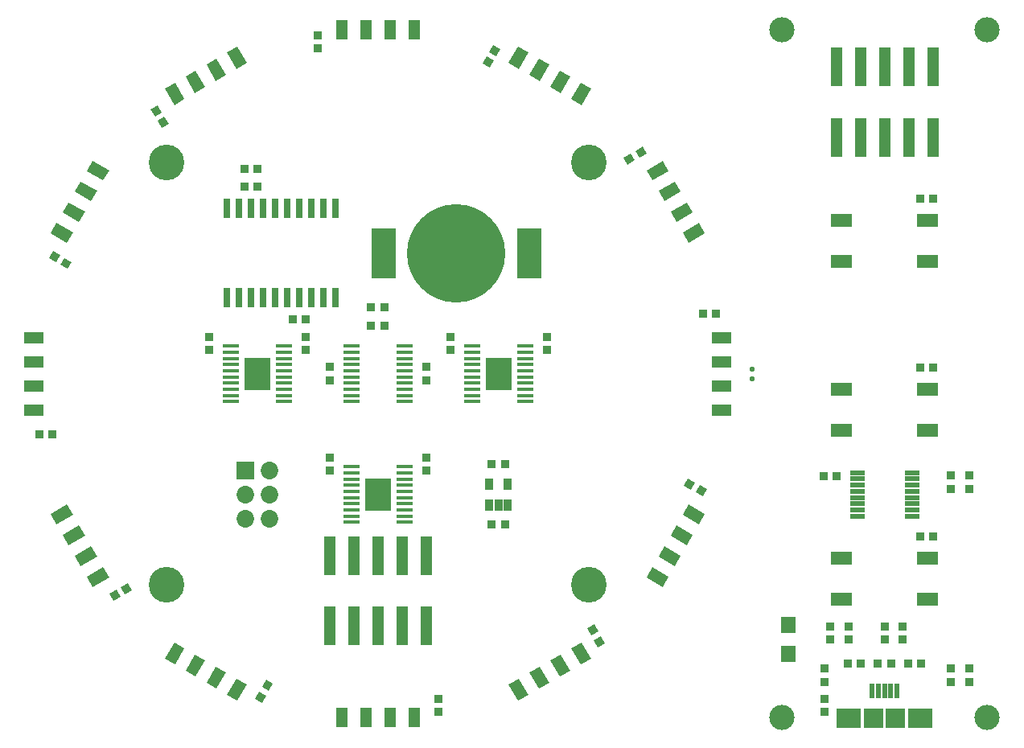
<source format=gts>
G04 (created by PCBNEW (2013-07-07 BZR 4022)-stable) date 11/9/2013 6:13:17 PM*
%MOIN*%
G04 Gerber Fmt 3.4, Leading zero omitted, Abs format*
%FSLAX34Y34*%
G01*
G70*
G90*
G04 APERTURE LIST*
%ADD10C,0.006*%
%ADD11R,0.0685039X0.0173228*%
%ADD12R,0.0788346X0.0493071*%
%ADD13R,0.0493071X0.0788346*%
%ADD14R,0.0611X0.0198*%
%ADD15R,0.0334646X0.0496063*%
%ADD16R,0.0268661X0.0839528*%
%ADD17R,0.023622X0.0629921*%
%ADD18R,0.0984252X0.0826772*%
%ADD19R,0.0787402X0.0826772*%
%ADD20R,0.109134X0.135906*%
%ADD21R,0.0729291X0.0729291*%
%ADD22C,0.0729291*%
%ADD23R,0.0335591X0.0335591*%
%ADD24C,0.407575*%
%ADD25R,0.104425X0.206787*%
%ADD26R,0.0611181X0.0709606*%
%ADD27C,0.147732*%
%ADD28R,0.0886772X0.0571811*%
%ADD29C,0.021*%
%ADD30R,0.0453701X0.159543*%
%ADD31C,0.104425*%
G04 APERTURE END LIST*
G54D10*
G54D11*
X16102Y15895D03*
X16102Y16151D03*
X16102Y15639D03*
X16102Y15383D03*
X16102Y15127D03*
X16102Y14872D03*
X16102Y14616D03*
X16102Y14360D03*
X13897Y13848D03*
X13897Y14104D03*
X13897Y14360D03*
X13897Y14616D03*
X13897Y16151D03*
X13897Y15895D03*
X13897Y15639D03*
X13897Y15383D03*
X13897Y15127D03*
X13897Y14872D03*
X16102Y14104D03*
X16102Y13848D03*
G54D12*
X29251Y15500D03*
G54D10*
G36*
X9152Y2369D02*
X9579Y2123D01*
X9185Y1440D01*
X8758Y1687D01*
X9152Y2369D01*
X9152Y2369D01*
G37*
G54D13*
X13500Y748D03*
X14500Y748D03*
X15500Y748D03*
X16500Y748D03*
G54D10*
G36*
X21280Y2623D02*
X21707Y2869D01*
X22101Y2187D01*
X21674Y1940D01*
X21280Y2623D01*
X21280Y2623D01*
G37*
G36*
X22150Y3123D02*
X22577Y3369D01*
X22971Y2687D01*
X22544Y2440D01*
X22150Y3123D01*
X22150Y3123D01*
G37*
G36*
X23010Y3623D02*
X23437Y3869D01*
X23831Y3187D01*
X23404Y2940D01*
X23010Y3623D01*
X23010Y3623D01*
G37*
G36*
X26130Y6562D02*
X26376Y6989D01*
X27059Y6595D01*
X26812Y6168D01*
X26130Y6562D01*
X26130Y6562D01*
G37*
G36*
X26630Y7422D02*
X26876Y7849D01*
X27559Y7455D01*
X27312Y7028D01*
X26630Y7422D01*
X26630Y7422D01*
G37*
G36*
X27130Y8292D02*
X27376Y8719D01*
X28059Y8325D01*
X27812Y7898D01*
X27130Y8292D01*
X27130Y8292D01*
G37*
G36*
X27630Y9152D02*
X27876Y9579D01*
X28559Y9185D01*
X28312Y8758D01*
X27630Y9152D01*
X27630Y9152D01*
G37*
G54D12*
X29251Y13500D03*
X29251Y14500D03*
G54D10*
G36*
X20420Y2123D02*
X20847Y2369D01*
X21241Y1687D01*
X20814Y1440D01*
X20420Y2123D01*
X20420Y2123D01*
G37*
G54D12*
X29251Y16500D03*
G54D10*
G36*
X27876Y20420D02*
X27630Y20847D01*
X28312Y21241D01*
X28559Y20814D01*
X27876Y20420D01*
X27876Y20420D01*
G37*
G36*
X27376Y21280D02*
X27130Y21707D01*
X27812Y22101D01*
X28059Y21674D01*
X27376Y21280D01*
X27376Y21280D01*
G37*
G36*
X26876Y22150D02*
X26630Y22577D01*
X27312Y22971D01*
X27559Y22544D01*
X26876Y22150D01*
X26876Y22150D01*
G37*
G36*
X26376Y23010D02*
X26130Y23437D01*
X26812Y23831D01*
X27059Y23404D01*
X26376Y23010D01*
X26376Y23010D01*
G37*
G36*
X23437Y26130D02*
X23010Y26376D01*
X23404Y27059D01*
X23831Y26812D01*
X23437Y26130D01*
X23437Y26130D01*
G37*
G54D13*
X13500Y29251D03*
X14500Y29251D03*
X15500Y29251D03*
X16500Y29251D03*
G54D10*
G36*
X20847Y27630D02*
X20420Y27876D01*
X20814Y28559D01*
X21241Y28312D01*
X20847Y27630D01*
X20847Y27630D01*
G37*
G36*
X21707Y27130D02*
X21280Y27376D01*
X21674Y28059D01*
X22101Y27812D01*
X21707Y27130D01*
X21707Y27130D01*
G37*
G36*
X22577Y26630D02*
X22150Y26876D01*
X22544Y27559D01*
X22971Y27312D01*
X22577Y26630D01*
X22577Y26630D01*
G37*
G36*
X3369Y22577D02*
X3123Y22150D01*
X2440Y22544D01*
X2687Y22971D01*
X3369Y22577D01*
X3369Y22577D01*
G37*
G36*
X9579Y27876D02*
X9152Y27630D01*
X8758Y28312D01*
X9185Y28559D01*
X9579Y27876D01*
X9579Y27876D01*
G37*
G36*
X8719Y27376D02*
X8292Y27130D01*
X7898Y27812D01*
X8325Y28059D01*
X8719Y27376D01*
X8719Y27376D01*
G37*
G36*
X7849Y26876D02*
X7422Y26630D01*
X7028Y27312D01*
X7455Y27559D01*
X7849Y26876D01*
X7849Y26876D01*
G37*
G36*
X6989Y26376D02*
X6562Y26130D01*
X6168Y26812D01*
X6595Y27059D01*
X6989Y26376D01*
X6989Y26376D01*
G37*
G36*
X3869Y23437D02*
X3623Y23010D01*
X2940Y23404D01*
X3187Y23831D01*
X3869Y23437D01*
X3869Y23437D01*
G37*
G36*
X2869Y21707D02*
X2623Y21280D01*
X1940Y21674D01*
X2187Y22101D01*
X2869Y21707D01*
X2869Y21707D01*
G37*
G36*
X2369Y20847D02*
X2123Y20420D01*
X1440Y20814D01*
X1687Y21241D01*
X2369Y20847D01*
X2369Y20847D01*
G37*
G54D12*
X748Y16500D03*
X748Y15500D03*
G54D10*
G36*
X8292Y2869D02*
X8719Y2623D01*
X8325Y1940D01*
X7898Y2187D01*
X8292Y2869D01*
X8292Y2869D01*
G37*
G36*
X7422Y3369D02*
X7849Y3123D01*
X7455Y2440D01*
X7028Y2687D01*
X7422Y3369D01*
X7422Y3369D01*
G37*
G36*
X6562Y3869D02*
X6989Y3623D01*
X6595Y2940D01*
X6168Y3187D01*
X6562Y3869D01*
X6562Y3869D01*
G37*
G36*
X3623Y6989D02*
X3869Y6562D01*
X3187Y6168D01*
X2940Y6595D01*
X3623Y6989D01*
X3623Y6989D01*
G37*
G36*
X3123Y7849D02*
X3369Y7422D01*
X2687Y7028D01*
X2440Y7455D01*
X3123Y7849D01*
X3123Y7849D01*
G37*
G36*
X2623Y8719D02*
X2869Y8292D01*
X2187Y7898D01*
X1940Y8325D01*
X2623Y8719D01*
X2623Y8719D01*
G37*
G36*
X2123Y9579D02*
X2369Y9152D01*
X1687Y8758D01*
X1440Y9185D01*
X2123Y9579D01*
X2123Y9579D01*
G37*
G54D12*
X748Y14500D03*
X748Y13500D03*
G54D14*
X34868Y10896D03*
X34868Y10640D03*
X34868Y10384D03*
X34868Y10128D03*
X34868Y9872D03*
X34868Y9616D03*
X34868Y9360D03*
X34868Y9104D03*
X37132Y9104D03*
X37132Y9360D03*
X37132Y9616D03*
X37132Y9872D03*
X37132Y10128D03*
X37132Y10384D03*
X37132Y10640D03*
X37132Y10896D03*
G54D15*
X19625Y9566D03*
X20000Y9566D03*
X20374Y9566D03*
X20374Y10433D03*
X19625Y10433D03*
G54D16*
X8750Y18155D03*
X9250Y18155D03*
X9750Y18155D03*
X10250Y18155D03*
X10750Y18155D03*
X11250Y18155D03*
X11750Y18155D03*
X12250Y18155D03*
X12750Y18155D03*
X13250Y18155D03*
X13250Y21844D03*
X12750Y21844D03*
X12250Y21844D03*
X11750Y21844D03*
X11250Y21844D03*
X10750Y21844D03*
X10250Y21844D03*
X9750Y21844D03*
X9250Y21844D03*
X8750Y21844D03*
G54D17*
X35488Y1852D03*
X35744Y1852D03*
X36000Y1852D03*
X36255Y1852D03*
X36511Y1852D03*
G54D18*
X34523Y730D03*
X37476Y730D03*
G54D19*
X36452Y730D03*
X35547Y730D03*
G54D11*
X21102Y15895D03*
X21102Y16151D03*
X21102Y15639D03*
X21102Y15383D03*
X21102Y15127D03*
X21102Y14872D03*
X21102Y14616D03*
X21102Y14360D03*
X18897Y13848D03*
X18897Y14104D03*
X18897Y14360D03*
X18897Y14616D03*
X18897Y16151D03*
X18897Y15895D03*
X18897Y15639D03*
X18897Y15383D03*
X18897Y15127D03*
X18897Y14872D03*
G54D20*
X20000Y15000D03*
G54D11*
X21102Y14104D03*
X21102Y13848D03*
X16102Y10895D03*
X16102Y11151D03*
X16102Y10639D03*
X16102Y10383D03*
X16102Y10127D03*
X16102Y9872D03*
X16102Y9616D03*
X16102Y9360D03*
X13897Y8848D03*
X13897Y9104D03*
X13897Y9360D03*
X13897Y9616D03*
X13897Y11151D03*
X13897Y10895D03*
X13897Y10639D03*
X13897Y10383D03*
X13897Y10127D03*
X13897Y9872D03*
G54D20*
X15000Y10000D03*
G54D11*
X16102Y9104D03*
X16102Y8848D03*
X11102Y15895D03*
X11102Y16151D03*
X11102Y15639D03*
X11102Y15383D03*
X11102Y15127D03*
X11102Y14872D03*
X11102Y14616D03*
X11102Y14360D03*
X8897Y13848D03*
X8897Y14104D03*
X8897Y14360D03*
X8897Y14616D03*
X8897Y16151D03*
X8897Y15895D03*
X8897Y15639D03*
X8897Y15383D03*
X8897Y15127D03*
X8897Y14872D03*
G54D20*
X10000Y15000D03*
G54D11*
X11102Y14104D03*
X11102Y13848D03*
G54D21*
X9500Y11000D03*
G54D22*
X10500Y11000D03*
X9500Y10000D03*
X10500Y10000D03*
X9500Y9000D03*
X10500Y9000D03*
G54D23*
X15275Y17750D03*
X14724Y17750D03*
X39500Y2775D03*
X39500Y2224D03*
X38750Y2775D03*
X38750Y2224D03*
G54D10*
G36*
X28627Y10213D02*
X28460Y9922D01*
X28169Y10090D01*
X28337Y10381D01*
X28627Y10213D01*
X28627Y10213D01*
G37*
G36*
X28150Y10489D02*
X27982Y10198D01*
X27692Y10366D01*
X27859Y10657D01*
X28150Y10489D01*
X28150Y10489D01*
G37*
G36*
X4039Y5592D02*
X3872Y5883D01*
X4162Y6051D01*
X4330Y5760D01*
X4039Y5592D01*
X4039Y5592D01*
G37*
G36*
X4517Y5868D02*
X4349Y6159D01*
X4640Y6327D01*
X4807Y6036D01*
X4517Y5868D01*
X4517Y5868D01*
G37*
G54D23*
X17500Y974D03*
X17500Y1525D03*
G54D10*
G36*
X10213Y1372D02*
X9922Y1539D01*
X10090Y1830D01*
X10381Y1662D01*
X10213Y1372D01*
X10213Y1372D01*
G37*
G36*
X10489Y1849D02*
X10198Y2017D01*
X10366Y2307D01*
X10657Y2140D01*
X10489Y1849D01*
X10489Y1849D01*
G37*
G36*
X24407Y3839D02*
X24116Y3672D01*
X23948Y3962D01*
X24239Y4130D01*
X24407Y3839D01*
X24407Y3839D01*
G37*
G36*
X24131Y4317D02*
X23840Y4149D01*
X23672Y4440D01*
X23963Y4607D01*
X24131Y4317D01*
X24131Y4317D01*
G37*
G54D23*
X12500Y29025D03*
X12500Y28474D03*
G54D10*
G36*
X25960Y24407D02*
X26127Y24116D01*
X25837Y23948D01*
X25669Y24239D01*
X25960Y24407D01*
X25960Y24407D01*
G37*
G36*
X25482Y24131D02*
X25650Y23840D01*
X25359Y23672D01*
X25192Y23963D01*
X25482Y24131D01*
X25482Y24131D01*
G37*
G54D23*
X29025Y17500D03*
X28474Y17500D03*
G54D10*
G36*
X19786Y28627D02*
X20077Y28460D01*
X19909Y28169D01*
X19618Y28337D01*
X19786Y28627D01*
X19786Y28627D01*
G37*
G36*
X19510Y28150D02*
X19801Y27982D01*
X19633Y27692D01*
X19342Y27859D01*
X19510Y28150D01*
X19510Y28150D01*
G37*
G54D23*
X20275Y11250D03*
X19724Y11250D03*
X20275Y8750D03*
X19724Y8750D03*
X22000Y16525D03*
X22000Y15974D03*
X13000Y11525D03*
X13000Y10974D03*
X17000Y11525D03*
X17000Y10974D03*
X12000Y16525D03*
X12000Y15974D03*
X15275Y17000D03*
X14724Y17000D03*
X13000Y15275D03*
X13000Y14724D03*
X17000Y14724D03*
X17000Y15275D03*
X36750Y3974D03*
X36750Y4525D03*
X37474Y15250D03*
X38025Y15250D03*
X37474Y22250D03*
X38025Y22250D03*
X18000Y15974D03*
X18000Y16525D03*
X8000Y16525D03*
X8000Y15974D03*
X11474Y17250D03*
X12025Y17250D03*
X10025Y23500D03*
X9474Y23500D03*
X39500Y10775D03*
X39500Y10224D03*
X38750Y10775D03*
X38750Y10224D03*
X33474Y10750D03*
X34025Y10750D03*
X974Y12500D03*
X1525Y12500D03*
X36000Y3974D03*
X36000Y4525D03*
X35724Y3000D03*
X36275Y3000D03*
X37525Y3000D03*
X36974Y3000D03*
X33750Y4525D03*
X33750Y3974D03*
X34500Y3974D03*
X34500Y4525D03*
X35025Y3000D03*
X34474Y3000D03*
X37474Y8250D03*
X38025Y8250D03*
G54D10*
G36*
X1372Y19786D02*
X1539Y20077D01*
X1830Y19909D01*
X1662Y19618D01*
X1372Y19786D01*
X1372Y19786D01*
G37*
G36*
X1849Y19510D02*
X2017Y19801D01*
X2307Y19633D01*
X2140Y19342D01*
X1849Y19510D01*
X1849Y19510D01*
G37*
G36*
X5592Y25960D02*
X5883Y26127D01*
X6051Y25837D01*
X5760Y25669D01*
X5592Y25960D01*
X5592Y25960D01*
G37*
G36*
X5868Y25482D02*
X6159Y25650D01*
X6327Y25359D01*
X6036Y25192D01*
X5868Y25482D01*
X5868Y25482D01*
G37*
G54D24*
X18250Y20000D03*
G54D25*
X15238Y20000D03*
X21261Y20000D03*
G54D26*
X32000Y4600D03*
X32000Y3399D03*
G54D27*
X23750Y23750D03*
X6250Y6250D03*
X23750Y6250D03*
G54D23*
X9474Y22750D03*
X10025Y22750D03*
G54D28*
X34208Y21346D03*
X37791Y19653D03*
X34208Y19653D03*
X37791Y21346D03*
X34208Y14346D03*
X37791Y12653D03*
X34208Y12653D03*
X37791Y14346D03*
X34208Y7346D03*
X37791Y5653D03*
X34208Y5653D03*
X37791Y7346D03*
G54D23*
X33500Y2224D03*
X33500Y2775D03*
X33500Y974D03*
X33500Y1525D03*
G54D27*
X6250Y23750D03*
G54D29*
X30500Y14800D03*
X30500Y15200D03*
G54D30*
X34000Y24793D03*
X34000Y27706D03*
X35000Y24793D03*
X35000Y27706D03*
X36000Y24793D03*
X36000Y27706D03*
X37000Y24793D03*
X37000Y27706D03*
X38000Y24793D03*
X38000Y27706D03*
X17000Y7456D03*
X17000Y4543D03*
X16000Y7456D03*
X16000Y4543D03*
X15000Y7456D03*
X15000Y4543D03*
X14000Y7456D03*
X14000Y4543D03*
X13000Y7456D03*
X13000Y4543D03*
G54D31*
X31750Y29250D03*
X40250Y29250D03*
X31750Y750D03*
X40250Y750D03*
M02*

</source>
